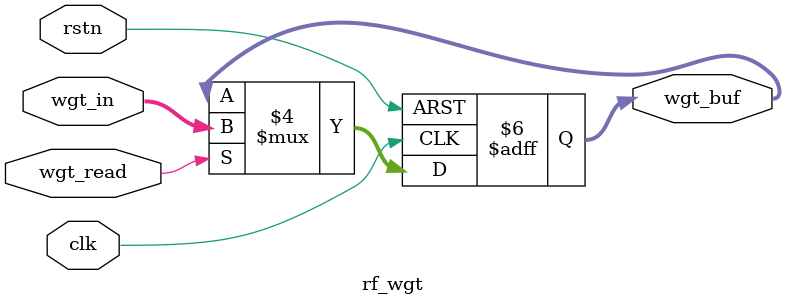
<source format=sv>
module rf_wgt (
    input                   clk,
    input                   rstn,
    input  signed     [7:0] wgt_in,
    input                   wgt_read,
    output reg signed [7:0] wgt_buf
);

    always @(posedge clk or negedge rstn)
        if (~rstn) begin
            wgt_buf <= 0;
        end else if (wgt_read) begin
            wgt_buf <= wgt_in;
        end else begin
            wgt_buf <= wgt_buf;
        end

endmodule


</source>
